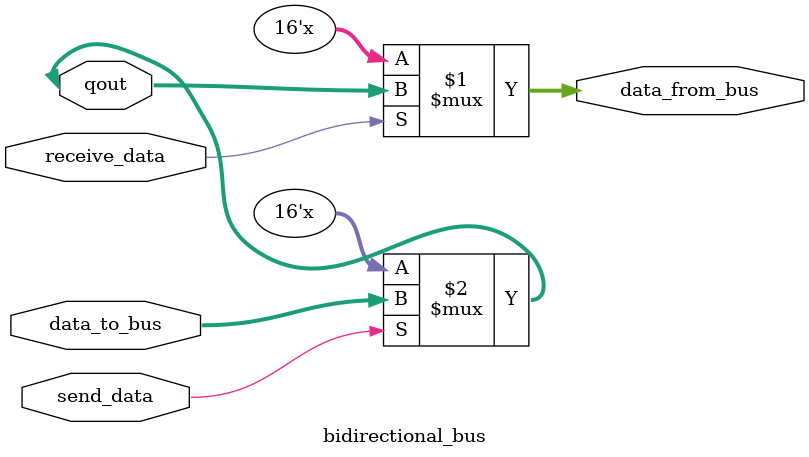
<source format=v>
module bidirectional_bus(data_to_bus,send_data, receive_data, data_from_bus, qout);
parameter N = 16;

input send_data;
input receive_data;

input[N-1:0] data_to_bus;
output[N-1:0]data_from_bus;

inout[N-1:0] qout;
wire[N-1:0] qout, data_from_bus;

assign data_from_bus = receive_data?qout:{N{1'bz}};
assign qout = send_data?data_to_bus:{N{1'bz}};



endmodule
</source>
